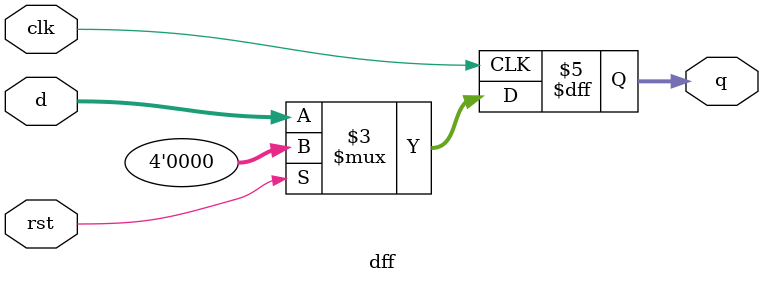
<source format=v>
module dff(

input clk,
input rst,
input [3:0] d,
output reg [3:0] q

);



always @(posedge clk)begin
    
    if(rst) begin 
        q <= 0;
    end else begin 
        q <= d ;
    end

end
endmodule
</source>
